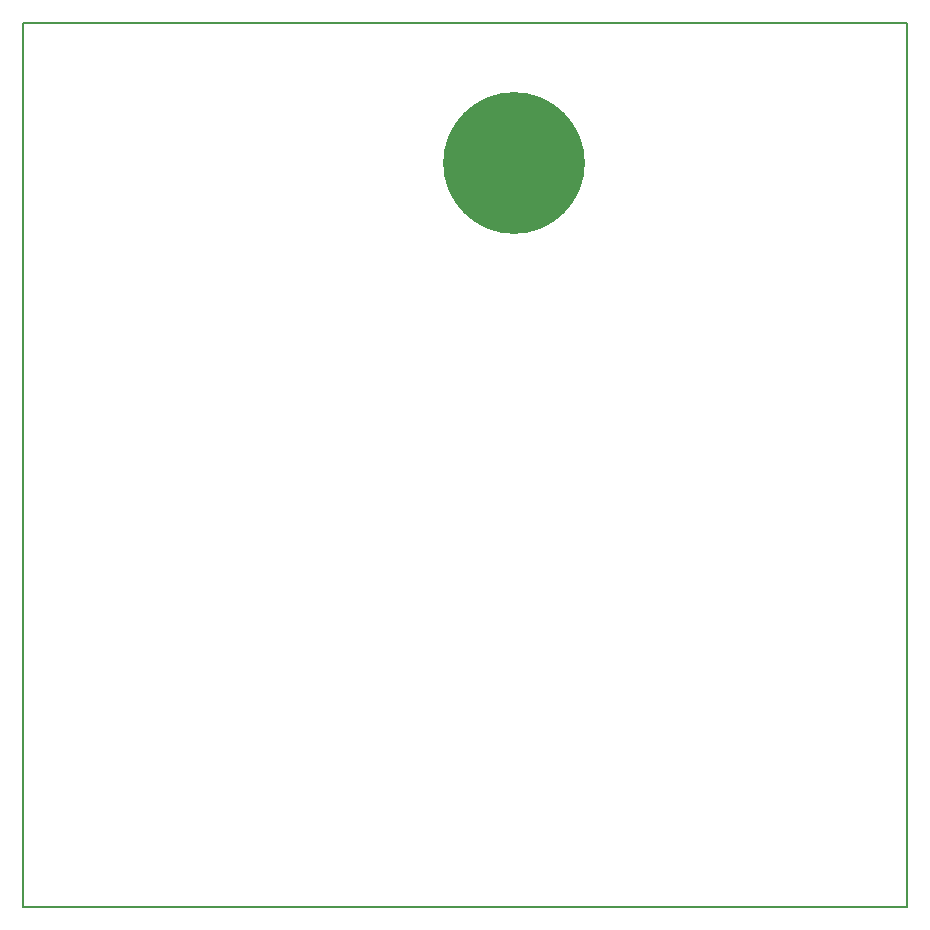
<source format=gbr>
%TF.GenerationSoftware,Novarm,DipTrace,3.2.0.0*%
%TF.CreationDate,2018-08-20T17:19:43+05:00*%
%FSLAX26Y26*%
%MOIN*%
%TF.FileFunction,Legend,Bot*%
%TF.Part,Single*%
%ADD20C,0.472567*%
%ADD21C,0.008*%
G75*
G01*
%LPD*%
D20*
X1639000Y2483000D3*
X4000Y2949000D2*
D21*
X2949000D1*
Y4000D1*
X4000D1*
Y2949000D1*
M02*

</source>
